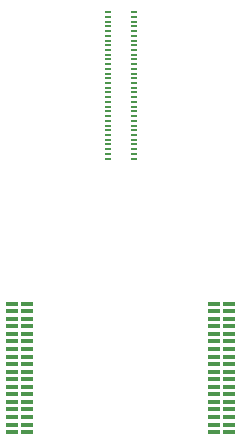
<source format=gtp>
G04 #@! TF.FileFunction,Paste,Top*
%FSLAX46Y46*%
G04 Gerber Fmt 4.6, Leading zero omitted, Abs format (unit mm)*
G04 Created by KiCad (PCBNEW (2016-03-20 BZR 6634, Git a4ba01f)-product) date 3/28/2016 11:14:44 AM*
%MOMM*%
G01*
G04 APERTURE LIST*
%ADD10C,0.100000*%
%ADD11R,0.475000X0.220000*%
%ADD12R,1.020000X0.380000*%
G04 APERTURE END LIST*
D10*
D11*
X144812500Y-85000000D03*
X142625000Y-85000000D03*
X144812500Y-84600000D03*
X142625000Y-84600000D03*
X144812500Y-84200000D03*
X142625000Y-84200000D03*
X144812500Y-83800000D03*
X142625000Y-83800000D03*
X144812500Y-83400000D03*
X142625000Y-83400000D03*
X144812500Y-83000000D03*
X142625000Y-83000000D03*
X144812500Y-82600000D03*
X142625000Y-82600000D03*
X144812500Y-82200000D03*
X142625000Y-82200000D03*
X144812500Y-81800000D03*
X142625000Y-81800000D03*
X144812500Y-81400000D03*
X142625000Y-81400000D03*
X144812500Y-81000000D03*
X142625000Y-81000000D03*
X144812500Y-80600000D03*
X142625000Y-80600000D03*
X144812500Y-80200000D03*
X142625000Y-80200000D03*
X144812500Y-79800000D03*
X142625000Y-79800000D03*
X144812500Y-79400000D03*
X142625000Y-79400000D03*
X144812500Y-79000000D03*
X142625000Y-79000000D03*
X144812500Y-78600000D03*
X142625000Y-78600000D03*
X144812500Y-78200000D03*
X142625000Y-78200000D03*
X144812500Y-77800000D03*
X142625000Y-77800000D03*
X144812500Y-77400000D03*
X142625000Y-77400000D03*
X144812500Y-77000000D03*
X142625000Y-77000000D03*
X144812500Y-76600000D03*
X142625000Y-76600000D03*
X144812500Y-76200000D03*
X142625000Y-76200000D03*
X144812500Y-75800000D03*
X142625000Y-75800000D03*
X144812500Y-75400000D03*
X142625000Y-75400000D03*
X144812500Y-75000000D03*
X142625000Y-75000000D03*
X144812500Y-74600000D03*
X142625000Y-74600000D03*
X144812500Y-74200000D03*
X142625000Y-74200000D03*
X144812500Y-73800000D03*
X142625000Y-73800000D03*
X144812500Y-73400000D03*
X142625000Y-73400000D03*
X144812500Y-73000000D03*
X142625000Y-73000000D03*
X144812500Y-72600000D03*
X142625000Y-72600000D03*
D12*
X152860000Y-108160000D03*
X151590000Y-108160000D03*
X152860000Y-107520000D03*
X151590000Y-107520000D03*
X152860000Y-106880000D03*
X151590000Y-106880000D03*
X152860000Y-106240000D03*
X151590000Y-106240000D03*
X152860000Y-105600000D03*
X151590000Y-105600000D03*
X152860000Y-104960000D03*
X151590000Y-104960000D03*
X152860000Y-104320000D03*
X151590000Y-104320000D03*
X152860000Y-103680000D03*
X151590000Y-103680000D03*
X152860000Y-103040000D03*
X151590000Y-103040000D03*
X152860000Y-102400000D03*
X151590000Y-102400000D03*
X152860000Y-101760000D03*
X151590000Y-101760000D03*
X152860000Y-101120000D03*
X151590000Y-101120000D03*
X152860000Y-100480000D03*
X151590000Y-100480000D03*
X152860000Y-99840000D03*
X151590000Y-99840000D03*
X152860000Y-99200000D03*
X151590000Y-99200000D03*
X152860000Y-98560000D03*
X151590000Y-98560000D03*
X152860000Y-97920000D03*
X151590000Y-97920000D03*
X152860000Y-97280000D03*
X151590000Y-97280000D03*
X135760000Y-108160000D03*
X134490000Y-108160000D03*
X135760000Y-107520000D03*
X134490000Y-107520000D03*
X135760000Y-106880000D03*
X134490000Y-106880000D03*
X135760000Y-106240000D03*
X134490000Y-106240000D03*
X135760000Y-105600000D03*
X134490000Y-105600000D03*
X135760000Y-104960000D03*
X134490000Y-104960000D03*
X135760000Y-104320000D03*
X134490000Y-104320000D03*
X135760000Y-103680000D03*
X134490000Y-103680000D03*
X135760000Y-103040000D03*
X134490000Y-103040000D03*
X135760000Y-102400000D03*
X134490000Y-102400000D03*
X135760000Y-101760000D03*
X134490000Y-101760000D03*
X135760000Y-101120000D03*
X134490000Y-101120000D03*
X135760000Y-100480000D03*
X134490000Y-100480000D03*
X135760000Y-99840000D03*
X134490000Y-99840000D03*
X135760000Y-99200000D03*
X134490000Y-99200000D03*
X135760000Y-98560000D03*
X134490000Y-98560000D03*
X135760000Y-97920000D03*
X134490000Y-97920000D03*
X135760000Y-97280000D03*
X134490000Y-97280000D03*
M02*

</source>
